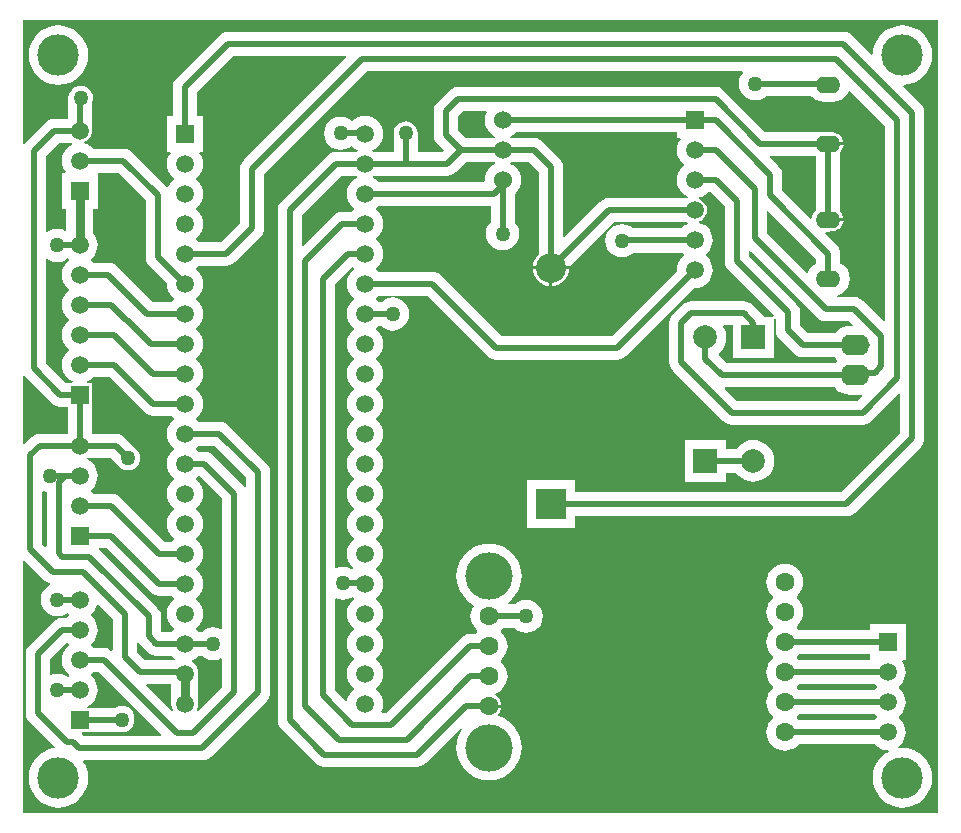
<source format=gbl>
G04*
G04 #@! TF.GenerationSoftware,Altium Limited,Altium Designer,19.1.5 (86)*
G04*
G04 Layer_Physical_Order=2*
G04 Layer_Color=16711680*
%FSLAX25Y25*%
%MOIN*%
G70*
G01*
G75*
%ADD14C,0.02000*%
%ADD31O,0.08268X0.05512*%
%ADD32R,0.05937X0.05937*%
%ADD33C,0.05937*%
%ADD34C,0.13780*%
%ADD35C,0.06299*%
%ADD36C,0.15748*%
%ADD37R,0.10000X0.10000*%
%ADD38C,0.10000*%
%ADD39C,0.05906*%
%ADD40R,0.05906X0.05906*%
%ADD41O,0.09843X0.06890*%
%ADD42C,0.06000*%
%ADD43C,0.07874*%
%ADD44R,0.07874X0.07874*%
%ADD45C,0.05000*%
%ADD46C,0.03000*%
G36*
X154552Y-30963D02*
X154430Y-31193D01*
X154087Y-32324D01*
X153971Y-33500D01*
X154087Y-34676D01*
X154430Y-35807D01*
X154987Y-36849D01*
X155737Y-37763D01*
X156650Y-38513D01*
X157497Y-38965D01*
X157372Y-39465D01*
X147671D01*
X145035Y-36829D01*
Y-32171D01*
X146671Y-30534D01*
X154296D01*
X154552Y-30963D01*
D02*
G37*
G36*
X157497Y-48035D02*
X156650Y-48487D01*
X155737Y-49237D01*
X154987Y-50151D01*
X154430Y-51193D01*
X154087Y-52324D01*
X153971Y-53500D01*
X153980Y-53595D01*
X153645Y-53966D01*
X118410D01*
X118241Y-53759D01*
X117332Y-53013D01*
X116436Y-52535D01*
X116561Y-52034D01*
X141500D01*
X141500Y-52034D01*
X142544Y-51897D01*
X143517Y-51494D01*
X144353Y-50853D01*
X147671Y-47534D01*
X157372D01*
X157497Y-48035D01*
D02*
G37*
G36*
X111564Y-52535D02*
X110668Y-53013D01*
X109759Y-53759D01*
X109013Y-54668D01*
X108459Y-55705D01*
X108118Y-56830D01*
X108003Y-58000D01*
X108118Y-59170D01*
X108459Y-60295D01*
X109013Y-61332D01*
X109759Y-62241D01*
X110290Y-62677D01*
Y-63323D01*
X109759Y-63759D01*
X109590Y-63965D01*
X106500D01*
X106500Y-63965D01*
X105456Y-64103D01*
X104483Y-64506D01*
X103647Y-65147D01*
X103647Y-65147D01*
X93497Y-75298D01*
X93034Y-75107D01*
Y-65171D01*
X106171Y-52034D01*
X111439D01*
X111564Y-52535D01*
D02*
G37*
G36*
X264465Y-63560D02*
X264147Y-63805D01*
X263506Y-64640D01*
X263103Y-65613D01*
X263036Y-66123D01*
X262508Y-66302D01*
X253034Y-56829D01*
Y-51618D01*
X253034Y-51618D01*
X252897Y-50574D01*
X252494Y-49601D01*
X251853Y-48765D01*
X248926Y-45839D01*
X249118Y-45377D01*
X264465D01*
Y-63560D01*
D02*
G37*
G36*
X16597Y-41535D02*
X15677Y-42026D01*
X14770Y-42770D01*
X14027Y-43677D01*
X13474Y-44711D01*
X13133Y-45833D01*
X13018Y-47000D01*
X13133Y-48167D01*
X13474Y-49289D01*
X14027Y-50323D01*
X14250Y-50595D01*
X14036Y-51047D01*
X13047D01*
Y-62953D01*
X14461D01*
Y-70037D01*
X13961Y-70353D01*
X12900Y-69913D01*
X11465Y-69724D01*
X10029Y-69913D01*
X8691Y-70467D01*
X8073Y-70941D01*
X7625Y-70720D01*
Y-45581D01*
X12171Y-41034D01*
X16472D01*
X16597Y-41535D01*
D02*
G37*
G36*
X218047Y-39453D02*
X219036D01*
X219250Y-39905D01*
X219026Y-40177D01*
X218474Y-41211D01*
X218133Y-42333D01*
X218018Y-43500D01*
X218133Y-44667D01*
X218474Y-45789D01*
X219026Y-46823D01*
X219770Y-47730D01*
X220315Y-48177D01*
Y-48823D01*
X219770Y-49270D01*
X219026Y-50177D01*
X218474Y-51211D01*
X218133Y-52333D01*
X218018Y-53500D01*
X218133Y-54667D01*
X218474Y-55789D01*
X219026Y-56823D01*
X219770Y-57730D01*
X220677Y-58473D01*
X221597Y-58965D01*
X221472Y-59465D01*
X195260D01*
X194216Y-59603D01*
X193243Y-60006D01*
X192407Y-60647D01*
X180497Y-72558D01*
X180034Y-72366D01*
Y-49000D01*
X179897Y-47956D01*
X179494Y-46983D01*
X178853Y-46147D01*
X178853Y-46147D01*
X173353Y-40647D01*
X172517Y-40006D01*
X171544Y-39603D01*
X170500Y-39465D01*
X170500Y-39465D01*
X162628D01*
X162503Y-38965D01*
X163349Y-38513D01*
X164263Y-37763D01*
X164451Y-37534D01*
X218047D01*
Y-39453D01*
D02*
G37*
G36*
X107780Y-12596D02*
X73560Y-46816D01*
X72919Y-47652D01*
X72516Y-48625D01*
X72378Y-49669D01*
X72391Y-49761D01*
Y-67695D01*
X66120Y-73966D01*
X58410D01*
X58241Y-73759D01*
X57710Y-73323D01*
Y-72677D01*
X58241Y-72241D01*
X58987Y-71332D01*
X59541Y-70295D01*
X59882Y-69170D01*
X59997Y-68000D01*
X59882Y-66830D01*
X59541Y-65705D01*
X58987Y-64668D01*
X58241Y-63759D01*
X57710Y-63323D01*
Y-62677D01*
X58241Y-62241D01*
X58987Y-61332D01*
X59541Y-60295D01*
X59882Y-59170D01*
X59997Y-58000D01*
X59882Y-56830D01*
X59541Y-55705D01*
X58987Y-54668D01*
X58241Y-53759D01*
X57710Y-53323D01*
Y-52677D01*
X58241Y-52241D01*
X58987Y-51332D01*
X59541Y-50295D01*
X59882Y-49170D01*
X59997Y-48000D01*
X59882Y-46830D01*
X59541Y-45705D01*
X58987Y-44668D01*
X58784Y-44420D01*
X58997Y-43968D01*
X59969D01*
Y-32032D01*
X58034D01*
Y-24171D01*
X70071Y-12134D01*
X107589D01*
X107780Y-12596D01*
D02*
G37*
G36*
X171966Y-50671D02*
Y-78309D01*
X171737Y-78497D01*
X170987Y-79410D01*
X170430Y-80453D01*
X170087Y-81584D01*
X170020Y-82260D01*
X176000D01*
X182206D01*
X196931Y-67535D01*
X221472D01*
X221597Y-68034D01*
X220677Y-68527D01*
X219770Y-69270D01*
X219530Y-69564D01*
X203302D01*
X202427Y-68893D01*
X201089Y-68338D01*
X199653Y-68149D01*
X198218Y-68338D01*
X196880Y-68893D01*
X195731Y-69774D01*
X194849Y-70923D01*
X194295Y-72261D01*
X194106Y-73697D01*
X194295Y-75133D01*
X194849Y-76471D01*
X195731Y-77619D01*
X196880Y-78501D01*
X198218Y-79055D01*
X199653Y-79244D01*
X201089Y-79055D01*
X202427Y-78501D01*
X203559Y-77633D01*
X219691D01*
X219770Y-77730D01*
X220315Y-78177D01*
Y-78823D01*
X219770Y-79270D01*
X219026Y-80177D01*
X218474Y-81211D01*
X218133Y-82333D01*
X218018Y-83500D01*
X218043Y-83751D01*
X196450Y-105344D01*
X159447D01*
X139251Y-85147D01*
X138415Y-84506D01*
X137442Y-84103D01*
X136398Y-83965D01*
X136398Y-83965D01*
X118410D01*
X118241Y-83759D01*
X117710Y-83323D01*
Y-82677D01*
X118241Y-82241D01*
X118987Y-81332D01*
X119541Y-80295D01*
X119882Y-79170D01*
X119997Y-78000D01*
X119882Y-76830D01*
X119541Y-75705D01*
X118987Y-74668D01*
X118241Y-73759D01*
X117710Y-73323D01*
Y-72677D01*
X118241Y-72241D01*
X118987Y-71332D01*
X119541Y-70295D01*
X119882Y-69170D01*
X119997Y-68000D01*
X119882Y-66830D01*
X119541Y-65705D01*
X118987Y-64668D01*
X118241Y-63759D01*
X117710Y-63323D01*
Y-62677D01*
X118241Y-62241D01*
X118410Y-62034D01*
X155910D01*
Y-67486D01*
X155086Y-68561D01*
X154531Y-69899D01*
X154342Y-71335D01*
X154531Y-72770D01*
X155086Y-74108D01*
X155967Y-75257D01*
X157116Y-76139D01*
X158454Y-76693D01*
X159890Y-76882D01*
X161326Y-76693D01*
X162663Y-76139D01*
X163812Y-75257D01*
X164694Y-74108D01*
X165248Y-72770D01*
X165437Y-71335D01*
X165248Y-69899D01*
X164694Y-68561D01*
X163979Y-67630D01*
Y-57996D01*
X164263Y-57763D01*
X165013Y-56849D01*
X165570Y-55807D01*
X165913Y-54676D01*
X166029Y-53500D01*
X165913Y-52324D01*
X165570Y-51193D01*
X165013Y-50151D01*
X164263Y-49237D01*
X163349Y-48487D01*
X162503Y-48035D01*
X162628Y-47534D01*
X168829D01*
X171966Y-50671D01*
D02*
G37*
G36*
X264465Y-79671D02*
Y-81213D01*
X264219Y-81315D01*
X263017Y-82237D01*
X262094Y-83440D01*
X261762Y-84243D01*
X261271Y-84340D01*
X248035Y-71104D01*
Y-63894D01*
X248497Y-63702D01*
X264465Y-79671D01*
D02*
G37*
G36*
X40966Y-60171D02*
Y-79000D01*
X40966Y-79000D01*
X41103Y-80044D01*
X41506Y-81017D01*
X42147Y-81853D01*
X48029Y-87735D01*
X48003Y-88000D01*
X48118Y-89170D01*
X48459Y-90295D01*
X49013Y-91332D01*
X49759Y-92241D01*
X50290Y-92677D01*
Y-93323D01*
X49759Y-93759D01*
X49590Y-93966D01*
X43171D01*
X31353Y-82147D01*
X30517Y-81506D01*
X29544Y-81103D01*
X28500Y-80966D01*
X28500Y-80966D01*
X23390D01*
X23230Y-80770D01*
X22685Y-80323D01*
Y-79677D01*
X23230Y-79230D01*
X23974Y-78323D01*
X24526Y-77289D01*
X24867Y-76167D01*
X24982Y-75000D01*
X24867Y-73833D01*
X24526Y-72711D01*
X23974Y-71677D01*
X23539Y-71147D01*
Y-62953D01*
X24953D01*
Y-51047D01*
X25447Y-51034D01*
X31829D01*
X40966Y-60171D01*
D02*
G37*
G36*
X305000Y-264500D02*
X-0D01*
Y-180359D01*
X462Y-180168D01*
X7247Y-186953D01*
X7247Y-186953D01*
X8083Y-187594D01*
X8921Y-187941D01*
X8977Y-188459D01*
X8691Y-188578D01*
X7542Y-189459D01*
X6660Y-190608D01*
X6106Y-191946D01*
X5917Y-193382D01*
X6106Y-194818D01*
X6660Y-196156D01*
X7542Y-197304D01*
X8691Y-198186D01*
X10029Y-198740D01*
X11465Y-198929D01*
X12900Y-198740D01*
X14238Y-198186D01*
X14801Y-197755D01*
X15315Y-198177D01*
Y-198823D01*
X14770Y-199270D01*
X14610Y-199466D01*
X13000D01*
X11956Y-199603D01*
X10983Y-200006D01*
X10147Y-200647D01*
X10147Y-200647D01*
X2112Y-208683D01*
X1471Y-209518D01*
X1068Y-210491D01*
X930Y-211535D01*
X930Y-211536D01*
Y-231027D01*
X930Y-231027D01*
X1068Y-232071D01*
X1471Y-233044D01*
X2112Y-233880D01*
X10644Y-242412D01*
X10476Y-242883D01*
X9872Y-242942D01*
X8008Y-243508D01*
X6290Y-244426D01*
X4784Y-245662D01*
X3548Y-247168D01*
X2630Y-248886D01*
X2064Y-250750D01*
X1873Y-252689D01*
X2064Y-254628D01*
X2630Y-256492D01*
X3548Y-258210D01*
X4784Y-259716D01*
X6290Y-260952D01*
X8008Y-261870D01*
X9872Y-262436D01*
X11811Y-262627D01*
X13750Y-262436D01*
X15614Y-261870D01*
X17332Y-260952D01*
X18838Y-259716D01*
X20074Y-258210D01*
X20992Y-256492D01*
X21558Y-254628D01*
X21749Y-252689D01*
X21558Y-250750D01*
X20992Y-248886D01*
X20183Y-247372D01*
X20441Y-246872D01*
X59763D01*
X59763Y-246872D01*
X60807Y-246734D01*
X61780Y-246331D01*
X62615Y-245690D01*
X81247Y-227059D01*
X81247Y-227059D01*
X81888Y-226224D01*
X82291Y-225251D01*
X82428Y-224206D01*
Y-150894D01*
X82428Y-150894D01*
X82291Y-149849D01*
X81888Y-148876D01*
X81247Y-148041D01*
X81247Y-148041D01*
X68353Y-135147D01*
X67517Y-134506D01*
X66544Y-134103D01*
X65500Y-133966D01*
X65500Y-133966D01*
X58410D01*
X58241Y-133759D01*
X57710Y-133323D01*
Y-132677D01*
X58241Y-132241D01*
X58987Y-131332D01*
X59541Y-130295D01*
X59882Y-129170D01*
X59997Y-128000D01*
X59882Y-126830D01*
X59541Y-125705D01*
X58987Y-124668D01*
X58241Y-123759D01*
X57710Y-123323D01*
Y-122677D01*
X58241Y-122241D01*
X58987Y-121332D01*
X59541Y-120295D01*
X59882Y-119170D01*
X59997Y-118000D01*
X59882Y-116830D01*
X59541Y-115705D01*
X58987Y-114668D01*
X58241Y-113759D01*
X57710Y-113323D01*
Y-112677D01*
X58241Y-112241D01*
X58987Y-111332D01*
X59541Y-110295D01*
X59882Y-109170D01*
X59997Y-108000D01*
X59882Y-106830D01*
X59541Y-105705D01*
X58987Y-104668D01*
X58241Y-103759D01*
X57710Y-103323D01*
Y-102677D01*
X58241Y-102241D01*
X58987Y-101332D01*
X59541Y-100295D01*
X59882Y-99170D01*
X59997Y-98000D01*
X59882Y-96830D01*
X59541Y-95705D01*
X58987Y-94668D01*
X58241Y-93759D01*
X57710Y-93323D01*
Y-92677D01*
X58241Y-92241D01*
X58987Y-91332D01*
X59541Y-90295D01*
X59882Y-89170D01*
X59997Y-88000D01*
X59882Y-86830D01*
X59541Y-85705D01*
X58987Y-84668D01*
X58241Y-83759D01*
X57710Y-83323D01*
Y-82677D01*
X58241Y-82241D01*
X58410Y-82034D01*
X67791D01*
X67791Y-82034D01*
X68836Y-81897D01*
X69809Y-81494D01*
X70644Y-80853D01*
X79278Y-72219D01*
X79919Y-71383D01*
X80322Y-70410D01*
X80460Y-69366D01*
Y-51328D01*
X114653Y-17134D01*
X239802D01*
X240048Y-17635D01*
X239337Y-18561D01*
X238783Y-19899D01*
X238594Y-21335D01*
X238783Y-22770D01*
X239337Y-24108D01*
X240219Y-25257D01*
X241368Y-26139D01*
X242706Y-26693D01*
X244142Y-26882D01*
X245578Y-26693D01*
X246916Y-26139D01*
X247708Y-25530D01*
X262839D01*
X263017Y-25763D01*
X264219Y-26685D01*
X265619Y-27265D01*
X267122Y-27463D01*
X269878D01*
X271380Y-27265D01*
X272781Y-26685D01*
X273983Y-25763D01*
X274906Y-24560D01*
X275238Y-23757D01*
X275729Y-23660D01*
X287351Y-35282D01*
Y-100353D01*
X286889Y-100545D01*
X279992Y-93647D01*
X279156Y-93006D01*
X278183Y-92603D01*
X277139Y-92466D01*
X277139Y-92466D01*
X271297D01*
X271264Y-91966D01*
X271380Y-91950D01*
X272781Y-91370D01*
X273983Y-90448D01*
X274906Y-89245D01*
X275486Y-87845D01*
X275683Y-86342D01*
X275486Y-84840D01*
X274906Y-83440D01*
X273983Y-82237D01*
X272781Y-81315D01*
X272534Y-81213D01*
Y-78000D01*
X272397Y-76956D01*
X271994Y-75983D01*
X271353Y-75147D01*
X271353Y-75147D01*
X267398Y-71192D01*
X267605Y-70692D01*
X268500D01*
X269544Y-70554D01*
X269807Y-70446D01*
X269878D01*
X270858Y-70317D01*
X271772Y-69938D01*
X272557Y-69336D01*
X273159Y-68552D01*
X273537Y-67638D01*
X273600Y-67157D01*
X268500D01*
Y-66157D01*
X273600D01*
X273537Y-65677D01*
X273159Y-64763D01*
X272557Y-63979D01*
X272534Y-63962D01*
Y-44038D01*
X272557Y-44021D01*
X273159Y-43237D01*
X273537Y-42323D01*
X273600Y-41842D01*
X268500D01*
Y-40842D01*
X273600D01*
X273537Y-40362D01*
X273159Y-39448D01*
X272557Y-38664D01*
X271772Y-38062D01*
X270858Y-37683D01*
X269878Y-37554D01*
X269807D01*
X269544Y-37445D01*
X268500Y-37308D01*
X247466D01*
X233806Y-23647D01*
X232970Y-23006D01*
X231997Y-22603D01*
X230953Y-22466D01*
X230953Y-22466D01*
X145000D01*
X143956Y-22603D01*
X142983Y-23006D01*
X142147Y-23647D01*
X142147Y-23647D01*
X138147Y-27647D01*
X137506Y-28483D01*
X137103Y-29456D01*
X136966Y-30500D01*
X136966Y-30500D01*
Y-38500D01*
X136966Y-38500D01*
X137103Y-39544D01*
X137506Y-40517D01*
X138147Y-41353D01*
X140294Y-43500D01*
X139829Y-43966D01*
X131641D01*
Y-37870D01*
X131503Y-36826D01*
X131100Y-35853D01*
X130459Y-35017D01*
X129624Y-34376D01*
X128650Y-33973D01*
X127606Y-33836D01*
X126562Y-33973D01*
X125589Y-34376D01*
X124753Y-35017D01*
X124112Y-35853D01*
X123709Y-36826D01*
X123572Y-37870D01*
Y-43966D01*
X116561D01*
X116436Y-43466D01*
X117332Y-42987D01*
X118241Y-42241D01*
X118987Y-41332D01*
X119541Y-40295D01*
X119882Y-39170D01*
X119997Y-38000D01*
X119882Y-36830D01*
X119541Y-35705D01*
X118987Y-34668D01*
X118241Y-33759D01*
X117332Y-33013D01*
X116295Y-32459D01*
X115170Y-32118D01*
X114000Y-32003D01*
X112830Y-32118D01*
X111705Y-32459D01*
X110668Y-33013D01*
X109759Y-33759D01*
X109709Y-33820D01*
X108727Y-33066D01*
X107388Y-32512D01*
X105953Y-32323D01*
X104517Y-32512D01*
X103179Y-33066D01*
X102030Y-33947D01*
X101148Y-35096D01*
X100594Y-36434D01*
X100405Y-37870D01*
X100594Y-39306D01*
X101148Y-40644D01*
X102030Y-41793D01*
X103179Y-42674D01*
X104517Y-43229D01*
X105953Y-43418D01*
X107388Y-43229D01*
X108727Y-42674D01*
X109579Y-42021D01*
X109759Y-42241D01*
X110668Y-42987D01*
X111564Y-43466D01*
X111439Y-43966D01*
X104500D01*
X103456Y-44103D01*
X102483Y-44506D01*
X101647Y-45147D01*
X86147Y-60647D01*
X85506Y-61483D01*
X85103Y-62456D01*
X84965Y-63500D01*
X84965Y-63500D01*
X84965Y-233500D01*
X84965Y-233500D01*
X85103Y-234544D01*
X85506Y-235517D01*
X86147Y-236353D01*
X97647Y-247853D01*
X98483Y-248494D01*
X99456Y-248897D01*
X100500Y-249035D01*
X131500D01*
X131500Y-249035D01*
X132544Y-248897D01*
X133517Y-248494D01*
X134353Y-247853D01*
X145917Y-236289D01*
X146312Y-236601D01*
X145659Y-237666D01*
X145004Y-239247D01*
X144605Y-240912D01*
X144470Y-242618D01*
X144605Y-244324D01*
X145004Y-245989D01*
X145659Y-247570D01*
X146554Y-249029D01*
X147665Y-250331D01*
X148967Y-251443D01*
X150426Y-252337D01*
X152007Y-252992D01*
X153672Y-253391D01*
X155378Y-253526D01*
X157084Y-253391D01*
X158749Y-252992D01*
X160330Y-252337D01*
X161789Y-251443D01*
X163091Y-250331D01*
X164202Y-249029D01*
X165097Y-247570D01*
X165752Y-245989D01*
X166151Y-244324D01*
X166286Y-242618D01*
X166151Y-240912D01*
X165752Y-239247D01*
X165097Y-237666D01*
X164202Y-236207D01*
X163091Y-234905D01*
X161789Y-233794D01*
X160330Y-232899D01*
X158749Y-232244D01*
X158565Y-232200D01*
X158446Y-231657D01*
X159003Y-230931D01*
X159421Y-229922D01*
X159497Y-229339D01*
X155378D01*
Y-228339D01*
X159497D01*
X159421Y-227755D01*
X159003Y-226746D01*
X158337Y-225879D01*
X157471Y-225214D01*
X157343Y-225161D01*
X157367Y-224661D01*
X157743Y-224548D01*
X158811Y-223976D01*
X159747Y-223208D01*
X160516Y-222272D01*
X161087Y-221203D01*
X161439Y-220044D01*
X161557Y-218839D01*
X161439Y-217633D01*
X161087Y-216474D01*
X160516Y-215406D01*
X159747Y-214469D01*
X159284Y-214089D01*
Y-213589D01*
X159747Y-213208D01*
X160516Y-212272D01*
X161087Y-211203D01*
X161439Y-210044D01*
X161557Y-208839D01*
X161439Y-207633D01*
X161087Y-206474D01*
X160516Y-205405D01*
X159747Y-204469D01*
X159284Y-204089D01*
Y-203589D01*
X159747Y-203208D01*
X160000Y-202901D01*
X163951D01*
X164990Y-203698D01*
X166328Y-204252D01*
X167764Y-204441D01*
X169200Y-204252D01*
X170537Y-203698D01*
X171686Y-202816D01*
X172568Y-201667D01*
X173122Y-200329D01*
X173311Y-198894D01*
X173122Y-197458D01*
X172568Y-196120D01*
X171686Y-194971D01*
X170537Y-194089D01*
X169200Y-193535D01*
X167764Y-193346D01*
X166328Y-193535D01*
X164990Y-194089D01*
X164023Y-194832D01*
X161923D01*
X161818Y-194459D01*
X161818Y-194332D01*
X163091Y-193244D01*
X164202Y-191943D01*
X165097Y-190483D01*
X165752Y-188902D01*
X166151Y-187238D01*
X166286Y-185531D01*
X166151Y-183825D01*
X165752Y-182161D01*
X165097Y-180579D01*
X164202Y-179120D01*
X163091Y-177819D01*
X161789Y-176707D01*
X160330Y-175813D01*
X158749Y-175158D01*
X157084Y-174758D01*
X155378Y-174624D01*
X153672Y-174758D01*
X152007Y-175158D01*
X150426Y-175813D01*
X148967Y-176707D01*
X147665Y-177819D01*
X146554Y-179120D01*
X145659Y-180579D01*
X145004Y-182161D01*
X144605Y-183825D01*
X144470Y-185531D01*
X144605Y-187238D01*
X145004Y-188902D01*
X145659Y-190483D01*
X146554Y-191943D01*
X147665Y-193244D01*
X148967Y-194356D01*
X150189Y-195105D01*
X150240Y-195405D01*
X149669Y-196474D01*
X149317Y-197633D01*
X149199Y-198839D01*
X149317Y-200044D01*
X149669Y-201203D01*
X150240Y-202272D01*
X151008Y-203208D01*
X151472Y-203589D01*
Y-204089D01*
X151008Y-204469D01*
X150734Y-204804D01*
X148969D01*
X147924Y-204942D01*
X146951Y-205345D01*
X146116Y-205986D01*
X146116Y-205986D01*
X121136Y-230965D01*
X119669D01*
X119412Y-230537D01*
X119541Y-230295D01*
X119882Y-229170D01*
X119997Y-228000D01*
X119882Y-226830D01*
X119541Y-225705D01*
X118987Y-224668D01*
X118241Y-223759D01*
X117710Y-223323D01*
Y-222677D01*
X118241Y-222241D01*
X118987Y-221332D01*
X119541Y-220295D01*
X119882Y-219170D01*
X119997Y-218000D01*
X119882Y-216830D01*
X119541Y-215705D01*
X118987Y-214668D01*
X118241Y-213759D01*
X117710Y-213323D01*
Y-212677D01*
X118241Y-212241D01*
X118987Y-211332D01*
X119541Y-210295D01*
X119882Y-209170D01*
X119997Y-208000D01*
X119882Y-206830D01*
X119541Y-205705D01*
X118987Y-204668D01*
X118241Y-203759D01*
X117710Y-203323D01*
Y-202677D01*
X118241Y-202241D01*
X118987Y-201332D01*
X119541Y-200295D01*
X119882Y-199170D01*
X119997Y-198000D01*
X119882Y-196830D01*
X119541Y-195705D01*
X118987Y-194668D01*
X118241Y-193759D01*
X117710Y-193323D01*
Y-192677D01*
X118241Y-192241D01*
X118987Y-191332D01*
X119541Y-190295D01*
X119882Y-189170D01*
X119997Y-188000D01*
X119882Y-186830D01*
X119541Y-185705D01*
X118987Y-184668D01*
X118241Y-183759D01*
X117710Y-183323D01*
Y-182677D01*
X118241Y-182241D01*
X118987Y-181332D01*
X119541Y-180295D01*
X119882Y-179170D01*
X119997Y-178000D01*
X119882Y-176830D01*
X119541Y-175705D01*
X118987Y-174668D01*
X118241Y-173759D01*
X117710Y-173323D01*
Y-172677D01*
X118241Y-172241D01*
X118987Y-171332D01*
X119541Y-170295D01*
X119882Y-169170D01*
X119997Y-168000D01*
X119882Y-166830D01*
X119541Y-165705D01*
X118987Y-164668D01*
X118241Y-163759D01*
X117710Y-163323D01*
Y-162677D01*
X118241Y-162241D01*
X118987Y-161332D01*
X119541Y-160295D01*
X119882Y-159170D01*
X119997Y-158000D01*
X119882Y-156830D01*
X119541Y-155705D01*
X118987Y-154668D01*
X118241Y-153759D01*
X117710Y-153323D01*
Y-152677D01*
X118241Y-152241D01*
X118987Y-151332D01*
X119541Y-150295D01*
X119882Y-149170D01*
X119997Y-148000D01*
X119882Y-146830D01*
X119541Y-145705D01*
X118987Y-144668D01*
X118241Y-143759D01*
X117710Y-143323D01*
Y-142677D01*
X118241Y-142241D01*
X118987Y-141332D01*
X119541Y-140295D01*
X119882Y-139170D01*
X119997Y-138000D01*
X119882Y-136830D01*
X119541Y-135705D01*
X118987Y-134668D01*
X118241Y-133759D01*
X117710Y-133323D01*
Y-132677D01*
X118241Y-132241D01*
X118987Y-131332D01*
X119541Y-130295D01*
X119882Y-129170D01*
X119997Y-128000D01*
X119882Y-126830D01*
X119541Y-125705D01*
X118987Y-124668D01*
X118241Y-123759D01*
X117710Y-123323D01*
Y-122677D01*
X118241Y-122241D01*
X118987Y-121332D01*
X119541Y-120295D01*
X119882Y-119170D01*
X119997Y-118000D01*
X119882Y-116830D01*
X119541Y-115705D01*
X118987Y-114668D01*
X118241Y-113759D01*
X117710Y-113323D01*
Y-112677D01*
X118241Y-112241D01*
X118987Y-111332D01*
X119541Y-110295D01*
X119882Y-109170D01*
X119997Y-108000D01*
X119882Y-106830D01*
X119541Y-105705D01*
X118987Y-104668D01*
X118241Y-103759D01*
X117710Y-103323D01*
Y-102677D01*
X118241Y-102241D01*
X118366Y-102088D01*
X119430D01*
X120502Y-102910D01*
X121840Y-103465D01*
X123276Y-103654D01*
X124711Y-103465D01*
X126049Y-102910D01*
X127198Y-102029D01*
X128080Y-100880D01*
X128634Y-99542D01*
X128823Y-98106D01*
X128634Y-96671D01*
X128080Y-95333D01*
X127198Y-94184D01*
X126049Y-93302D01*
X124711Y-92748D01*
X123276Y-92559D01*
X121840Y-92748D01*
X120502Y-93302D01*
X119568Y-94019D01*
X118454D01*
X118241Y-93759D01*
X117710Y-93323D01*
Y-92677D01*
X118241Y-92241D01*
X118410Y-92035D01*
X134727D01*
X154923Y-112231D01*
X154923Y-112231D01*
X155759Y-112872D01*
X156732Y-113276D01*
X157776Y-113413D01*
X198122D01*
X198122Y-113413D01*
X199166Y-113276D01*
X200139Y-112872D01*
X200974Y-112231D01*
X223749Y-89457D01*
X224000Y-89482D01*
X225167Y-89367D01*
X226289Y-89026D01*
X227323Y-88473D01*
X228230Y-87730D01*
X228974Y-86823D01*
X229526Y-85789D01*
X229867Y-84667D01*
X229981Y-83500D01*
X229867Y-82333D01*
X229526Y-81211D01*
X228974Y-80177D01*
X228230Y-79270D01*
X227685Y-78823D01*
Y-78177D01*
X228230Y-77730D01*
X228974Y-76823D01*
X229526Y-75789D01*
X229867Y-74667D01*
X229981Y-73500D01*
X229867Y-72333D01*
X229526Y-71211D01*
X228974Y-70177D01*
X228230Y-69270D01*
X227323Y-68527D01*
X226289Y-67974D01*
X225521Y-67741D01*
X225495Y-67210D01*
X226017Y-66994D01*
X226853Y-66353D01*
X227494Y-65517D01*
X227897Y-64544D01*
X228034Y-63500D01*
X227897Y-62456D01*
X227494Y-61483D01*
X226853Y-60647D01*
X226017Y-60006D01*
X225495Y-59790D01*
X225521Y-59259D01*
X226289Y-59026D01*
X227323Y-58473D01*
X228230Y-57730D01*
X228390Y-57534D01*
X229329D01*
X233965Y-62171D01*
Y-80500D01*
X233965Y-80500D01*
X234103Y-81544D01*
X234506Y-82517D01*
X235147Y-83353D01*
X250267Y-98472D01*
X250060Y-98972D01*
X246986D01*
X246353Y-98147D01*
X243253Y-95047D01*
X242417Y-94406D01*
X241444Y-94003D01*
X240400Y-93866D01*
X240400Y-93866D01*
X222600D01*
X221556Y-94003D01*
X220583Y-94406D01*
X219747Y-95047D01*
X216647Y-98147D01*
X216006Y-98983D01*
X215603Y-99956D01*
X215465Y-101000D01*
X215465Y-101000D01*
Y-114200D01*
X215465Y-114200D01*
X215603Y-115244D01*
X216006Y-116217D01*
X216647Y-117053D01*
X233447Y-133853D01*
X233447Y-133853D01*
X234283Y-134494D01*
X235256Y-134897D01*
X236300Y-135035D01*
X236300Y-135035D01*
X280000D01*
X280000Y-135035D01*
X281044Y-134897D01*
X282017Y-134494D01*
X282853Y-133853D01*
X292007Y-124698D01*
X292469Y-124890D01*
Y-137825D01*
X272829Y-157466D01*
X184000D01*
Y-153500D01*
X168000D01*
Y-169500D01*
X184000D01*
Y-165534D01*
X274500D01*
X274500Y-165534D01*
X275544Y-165397D01*
X276517Y-164994D01*
X277353Y-164353D01*
X299357Y-142349D01*
X299998Y-141513D01*
X300401Y-140540D01*
X300538Y-139496D01*
X300538Y-33611D01*
Y-32695D01*
X300538Y-32695D01*
X300420Y-31798D01*
Y-30950D01*
X300420Y-30950D01*
X300283Y-29906D01*
X299880Y-28933D01*
X299239Y-28097D01*
X293374Y-22233D01*
X293561Y-21712D01*
X295128Y-21558D01*
X296992Y-20992D01*
X298710Y-20074D01*
X300216Y-18838D01*
X301452Y-17332D01*
X302370Y-15614D01*
X302936Y-13750D01*
X303127Y-11811D01*
X302936Y-9872D01*
X302370Y-8008D01*
X301452Y-6290D01*
X300216Y-4784D01*
X298710Y-3548D01*
X296992Y-2630D01*
X295128Y-2064D01*
X293189Y-1873D01*
X291250Y-2064D01*
X289386Y-2630D01*
X287668Y-3548D01*
X286162Y-4784D01*
X284926Y-6290D01*
X284008Y-8008D01*
X283442Y-9872D01*
X283288Y-11439D01*
X282767Y-11626D01*
X276389Y-5247D01*
X275553Y-4606D01*
X274580Y-4203D01*
X273536Y-4065D01*
X273536Y-4065D01*
X68400D01*
X68400Y-4065D01*
X67356Y-4203D01*
X66383Y-4606D01*
X65547Y-5247D01*
X65547Y-5247D01*
X51147Y-19647D01*
X50506Y-20483D01*
X50103Y-21456D01*
X49966Y-22500D01*
X49966Y-22500D01*
Y-32032D01*
X48031D01*
Y-43968D01*
X49003D01*
X49216Y-44420D01*
X49013Y-44668D01*
X48459Y-45705D01*
X48118Y-46830D01*
X48003Y-48000D01*
X48118Y-49170D01*
X48459Y-50295D01*
X49013Y-51332D01*
X49759Y-52241D01*
X50290Y-52677D01*
Y-53323D01*
X49759Y-53759D01*
X49013Y-54668D01*
X48487Y-55652D01*
X48156Y-55761D01*
X47967Y-55796D01*
X47853Y-55647D01*
X47853Y-55647D01*
X36353Y-44147D01*
X35517Y-43506D01*
X34544Y-43103D01*
X33500Y-42965D01*
X33500Y-42965D01*
X23390D01*
X23230Y-42770D01*
X22323Y-42026D01*
X21289Y-41474D01*
X20521Y-41241D01*
X20495Y-40710D01*
X21017Y-40494D01*
X21853Y-39853D01*
X22022Y-39684D01*
X22022Y-39684D01*
X22663Y-38848D01*
X23066Y-37875D01*
X23204Y-36831D01*
Y-27180D01*
X23236Y-27103D01*
X23373Y-26059D01*
X23236Y-25015D01*
X22833Y-24042D01*
X22191Y-23206D01*
X21356Y-22565D01*
X20383Y-22162D01*
X19339Y-22025D01*
X18294Y-22162D01*
X17321Y-22565D01*
X16486Y-23206D01*
X16316Y-23376D01*
X15675Y-24211D01*
X15272Y-25184D01*
X15135Y-26228D01*
X15135Y-26228D01*
Y-32965D01*
X10500D01*
X10500Y-32965D01*
X9456Y-33103D01*
X8483Y-33506D01*
X7647Y-34147D01*
X7647Y-34147D01*
X738Y-41057D01*
X500Y-41366D01*
X-0Y-41197D01*
Y-0D01*
X0Y0D01*
X305000D01*
Y-264500D01*
D02*
G37*
G36*
X264873Y-99353D02*
X265708Y-99994D01*
X266681Y-100397D01*
X267725Y-100534D01*
X267725Y-100534D01*
X275468D01*
X276574Y-101641D01*
X276383Y-102103D01*
X275736D01*
X274473Y-102227D01*
X273258Y-102596D01*
X272138Y-103194D01*
X271157Y-103999D01*
X270775Y-104465D01*
X261843D01*
X259034Y-101657D01*
Y-97500D01*
X258897Y-96456D01*
X258494Y-95483D01*
X257853Y-94647D01*
X242035Y-78829D01*
Y-77168D01*
X242496Y-76977D01*
X264873Y-99353D01*
D02*
G37*
G36*
X250965Y-99672D02*
Y-103328D01*
X250965Y-103328D01*
X251103Y-104373D01*
X251506Y-105346D01*
X252147Y-106181D01*
X257319Y-111353D01*
X258154Y-111994D01*
X259127Y-112397D01*
X260172Y-112534D01*
X260172Y-112534D01*
X270645D01*
X271157Y-113158D01*
X271365Y-113329D01*
Y-113829D01*
X271157Y-113999D01*
X270710Y-114544D01*
X269098D01*
X268500Y-114465D01*
X268500Y-114465D01*
X234671D01*
X231931Y-111726D01*
X231956Y-111226D01*
X232429Y-110838D01*
X233296Y-109782D01*
X233940Y-108577D01*
X234337Y-107269D01*
X234471Y-105909D01*
X234337Y-104550D01*
X233940Y-103242D01*
X233508Y-102435D01*
X233808Y-101935D01*
X236563D01*
Y-112846D01*
X250437D01*
Y-99920D01*
X250937Y-99653D01*
X250965Y-99672D01*
D02*
G37*
G36*
X8691Y-80076D02*
X10029Y-80630D01*
X11465Y-80819D01*
X12900Y-80630D01*
X14238Y-80076D01*
X14841Y-79613D01*
X15270Y-79854D01*
X15292Y-80342D01*
X14770Y-80770D01*
X14027Y-81677D01*
X13474Y-82711D01*
X13133Y-83833D01*
X13018Y-85000D01*
X13133Y-86167D01*
X13474Y-87289D01*
X14027Y-88323D01*
X14770Y-89230D01*
X15315Y-89677D01*
Y-90323D01*
X14770Y-90770D01*
X14027Y-91677D01*
X13474Y-92711D01*
X13133Y-93833D01*
X13018Y-95000D01*
X13133Y-96167D01*
X13474Y-97289D01*
X14027Y-98323D01*
X14770Y-99230D01*
X15315Y-99677D01*
Y-100323D01*
X14770Y-100770D01*
X14027Y-101677D01*
X13474Y-102711D01*
X13133Y-103833D01*
X13018Y-105000D01*
X13133Y-106167D01*
X13474Y-107289D01*
X14027Y-108323D01*
X14770Y-109230D01*
X15315Y-109677D01*
Y-110323D01*
X14770Y-110770D01*
X14027Y-111677D01*
X13474Y-112711D01*
X13133Y-113833D01*
X13018Y-115000D01*
X13133Y-116167D01*
X13474Y-117289D01*
X14027Y-118323D01*
X14770Y-119230D01*
X15677Y-119974D01*
X16597Y-120466D01*
X16472Y-120966D01*
X14171D01*
X7625Y-114419D01*
Y-79823D01*
X8073Y-79602D01*
X8691Y-80076D01*
D02*
G37*
G36*
X268579Y-122613D02*
X268579Y-122613D01*
X270710D01*
X271157Y-123158D01*
X272138Y-123963D01*
X273258Y-124562D01*
X274473Y-124930D01*
X275736Y-125055D01*
X278689D01*
X279625Y-124963D01*
X279852Y-125443D01*
X278329Y-126965D01*
X237971D01*
X234002Y-122996D01*
X234193Y-122535D01*
X267981D01*
X268579Y-122613D01*
D02*
G37*
G36*
X738Y-118943D02*
X9647Y-127853D01*
X9647Y-127853D01*
X10483Y-128494D01*
X11456Y-128897D01*
X12500Y-129034D01*
X12500Y-129034D01*
X14965D01*
Y-137966D01*
X5760D01*
X4716Y-138103D01*
X3743Y-138506D01*
X2907Y-139147D01*
X2907Y-139147D01*
X462Y-141592D01*
X-0Y-141401D01*
Y-118803D01*
X500Y-118634D01*
X738Y-118943D01*
D02*
G37*
G36*
X40647Y-130853D02*
X40647Y-130853D01*
X41483Y-131494D01*
X42456Y-131897D01*
X43500Y-132035D01*
X43500Y-132035D01*
X49590D01*
X49759Y-132241D01*
X50290Y-132677D01*
Y-133323D01*
X49759Y-133759D01*
X49013Y-134668D01*
X48459Y-135705D01*
X48118Y-136830D01*
X48003Y-138000D01*
X48118Y-139170D01*
X48459Y-140295D01*
X49013Y-141332D01*
X49759Y-142241D01*
X50290Y-142677D01*
Y-143323D01*
X49759Y-143759D01*
X49013Y-144668D01*
X48459Y-145705D01*
X48118Y-146830D01*
X48003Y-148000D01*
X48118Y-149170D01*
X48459Y-150295D01*
X49013Y-151332D01*
X49759Y-152241D01*
X50290Y-152677D01*
Y-153323D01*
X49759Y-153759D01*
X49013Y-154668D01*
X48459Y-155705D01*
X48118Y-156830D01*
X48003Y-158000D01*
X48118Y-159170D01*
X48459Y-160295D01*
X49013Y-161332D01*
X49759Y-162241D01*
X50290Y-162677D01*
Y-163323D01*
X49759Y-163759D01*
X49013Y-164668D01*
X48459Y-165705D01*
X48118Y-166830D01*
X48003Y-168000D01*
X48118Y-169170D01*
X48459Y-170295D01*
X49013Y-171332D01*
X49759Y-172241D01*
X50290Y-172677D01*
Y-173323D01*
X49759Y-173759D01*
X49590Y-173966D01*
X47171D01*
X32353Y-159147D01*
X31517Y-158506D01*
X30544Y-158103D01*
X29500Y-157966D01*
X29500Y-157966D01*
X23390D01*
X23230Y-157770D01*
X22685Y-157323D01*
Y-156677D01*
X23230Y-156230D01*
X23974Y-155323D01*
X24526Y-154289D01*
X24867Y-153167D01*
X24982Y-152000D01*
X24867Y-150833D01*
X24526Y-149711D01*
X23974Y-148677D01*
X23230Y-147770D01*
X22323Y-147027D01*
X21403Y-146535D01*
X21528Y-146035D01*
X29278D01*
X32234Y-148991D01*
X33069Y-149632D01*
X34042Y-150035D01*
X35087Y-150172D01*
X36131Y-150035D01*
X37104Y-149632D01*
X37939Y-148991D01*
X38581Y-148155D01*
X38984Y-147182D01*
X39121Y-146138D01*
X38984Y-145094D01*
X38581Y-144121D01*
X37939Y-143285D01*
X33802Y-139147D01*
X32966Y-138506D01*
X31993Y-138103D01*
X30949Y-137966D01*
X30949Y-137966D01*
X23034D01*
Y-125000D01*
X22953Y-124379D01*
Y-121047D01*
X21294D01*
X21220Y-120547D01*
X21289Y-120526D01*
X22323Y-119974D01*
X23230Y-119230D01*
X23390Y-119035D01*
X28829D01*
X40647Y-130853D01*
D02*
G37*
G36*
X74359Y-152565D02*
Y-155631D01*
X73859Y-155801D01*
X73373Y-155167D01*
X63353Y-145147D01*
X62517Y-144506D01*
X61544Y-144103D01*
X60500Y-143965D01*
X60500Y-143965D01*
X58410D01*
X58241Y-143759D01*
X57710Y-143323D01*
Y-142677D01*
X58241Y-142241D01*
X58410Y-142034D01*
X63829D01*
X74359Y-152565D01*
D02*
G37*
G36*
X7564Y-157402D02*
X7965Y-157455D01*
Y-175607D01*
X7503Y-175798D01*
X6534Y-174829D01*
Y-157425D01*
X6950Y-157147D01*
X7564Y-157402D01*
D02*
G37*
G36*
X110290Y-82677D02*
Y-83323D01*
X109759Y-83759D01*
X109013Y-84668D01*
X108459Y-85705D01*
X108118Y-86830D01*
X108003Y-88000D01*
X108118Y-89170D01*
X108459Y-90295D01*
X109013Y-91332D01*
X109759Y-92241D01*
X110290Y-92677D01*
Y-93323D01*
X109759Y-93759D01*
X109013Y-94668D01*
X108459Y-95705D01*
X108118Y-96830D01*
X108003Y-98000D01*
X108118Y-99170D01*
X108459Y-100295D01*
X109013Y-101332D01*
X109759Y-102241D01*
X110290Y-102677D01*
Y-103323D01*
X109759Y-103759D01*
X109013Y-104668D01*
X108459Y-105705D01*
X108118Y-106830D01*
X108003Y-108000D01*
X108118Y-109170D01*
X108459Y-110295D01*
X109013Y-111332D01*
X109759Y-112241D01*
X110290Y-112677D01*
Y-113323D01*
X109759Y-113759D01*
X109013Y-114668D01*
X108459Y-115705D01*
X108118Y-116830D01*
X108003Y-118000D01*
X108118Y-119170D01*
X108459Y-120295D01*
X109013Y-121332D01*
X109759Y-122241D01*
X110290Y-122677D01*
Y-123323D01*
X109759Y-123759D01*
X109013Y-124668D01*
X108459Y-125705D01*
X108118Y-126830D01*
X108003Y-128000D01*
X108118Y-129170D01*
X108459Y-130295D01*
X109013Y-131332D01*
X109759Y-132241D01*
X110290Y-132677D01*
Y-133323D01*
X109759Y-133759D01*
X109013Y-134668D01*
X108459Y-135705D01*
X108118Y-136830D01*
X108003Y-138000D01*
X108118Y-139170D01*
X108459Y-140295D01*
X109013Y-141332D01*
X109759Y-142241D01*
X110290Y-142677D01*
Y-143323D01*
X109759Y-143759D01*
X109013Y-144668D01*
X108459Y-145705D01*
X108118Y-146830D01*
X108003Y-148000D01*
X108118Y-149170D01*
X108459Y-150295D01*
X109013Y-151332D01*
X109759Y-152241D01*
X110290Y-152677D01*
Y-153323D01*
X109759Y-153759D01*
X109013Y-154668D01*
X108459Y-155705D01*
X108118Y-156830D01*
X108003Y-158000D01*
X108118Y-159170D01*
X108459Y-160295D01*
X109013Y-161332D01*
X109759Y-162241D01*
X110290Y-162677D01*
Y-163323D01*
X109759Y-163759D01*
X109013Y-164668D01*
X108459Y-165705D01*
X108118Y-166830D01*
X108003Y-168000D01*
X108118Y-169170D01*
X108459Y-170295D01*
X109013Y-171332D01*
X109759Y-172241D01*
X110290Y-172677D01*
Y-173323D01*
X109759Y-173759D01*
X109013Y-174668D01*
X108459Y-175705D01*
X108118Y-176830D01*
X108003Y-178000D01*
X108118Y-179170D01*
X108459Y-180295D01*
X109013Y-181332D01*
X109759Y-182241D01*
X110169Y-182578D01*
X110131Y-183111D01*
X109790Y-183279D01*
X109513Y-183066D01*
X108175Y-182512D01*
X106739Y-182323D01*
X105304Y-182512D01*
X104498Y-182846D01*
X104082Y-182568D01*
X104082Y-88124D01*
X109872Y-82333D01*
X110290Y-82677D01*
D02*
G37*
G36*
Y-192677D02*
Y-193323D01*
X109759Y-193759D01*
X109013Y-194668D01*
X108459Y-195705D01*
X108118Y-196830D01*
X108003Y-198000D01*
X108118Y-199170D01*
X108459Y-200295D01*
X109013Y-201332D01*
X109759Y-202241D01*
X110290Y-202677D01*
Y-203323D01*
X109759Y-203759D01*
X109013Y-204668D01*
X108459Y-205705D01*
X108118Y-206830D01*
X108003Y-208000D01*
X108118Y-209170D01*
X108459Y-210295D01*
X109013Y-211332D01*
X109759Y-212241D01*
X110290Y-212677D01*
Y-213323D01*
X109759Y-213759D01*
X109013Y-214668D01*
X108459Y-215705D01*
X108118Y-216830D01*
X108003Y-218000D01*
X108118Y-219170D01*
X108459Y-220295D01*
X109013Y-221332D01*
X109759Y-222241D01*
X110290Y-222677D01*
Y-223323D01*
X109759Y-223759D01*
X109013Y-224668D01*
X108459Y-225705D01*
X108118Y-226830D01*
X108105Y-226960D01*
X107634Y-227129D01*
X104082Y-223576D01*
Y-193173D01*
X104498Y-192895D01*
X105304Y-193229D01*
X106739Y-193418D01*
X108175Y-193229D01*
X109513Y-192675D01*
X109914Y-192368D01*
X110290Y-192677D01*
D02*
G37*
G36*
X66485Y-159691D02*
Y-202770D01*
X65985Y-203083D01*
X64920Y-202642D01*
X63484Y-202452D01*
X62049Y-202642D01*
X60711Y-203196D01*
X59707Y-203965D01*
X58410D01*
X58241Y-203759D01*
X57710Y-203323D01*
Y-202677D01*
X58241Y-202241D01*
X58987Y-201332D01*
X59541Y-200295D01*
X59882Y-199170D01*
X59997Y-198000D01*
X59882Y-196830D01*
X59541Y-195705D01*
X58987Y-194668D01*
X58241Y-193759D01*
X57710Y-193323D01*
Y-192677D01*
X58241Y-192241D01*
X58987Y-191332D01*
X59541Y-190295D01*
X59882Y-189170D01*
X59997Y-188000D01*
X59882Y-186830D01*
X59541Y-185705D01*
X58987Y-184668D01*
X58241Y-183759D01*
X57710Y-183323D01*
Y-182677D01*
X58241Y-182241D01*
X58987Y-181332D01*
X59541Y-180295D01*
X59882Y-179170D01*
X59997Y-178000D01*
X59882Y-176830D01*
X59541Y-175705D01*
X58987Y-174668D01*
X58241Y-173759D01*
X57710Y-173323D01*
Y-172677D01*
X58241Y-172241D01*
X58987Y-171332D01*
X59541Y-170295D01*
X59882Y-169170D01*
X59997Y-168000D01*
X59882Y-166830D01*
X59541Y-165705D01*
X58987Y-164668D01*
X58241Y-163759D01*
X57710Y-163323D01*
Y-162677D01*
X58241Y-162241D01*
X58987Y-161332D01*
X59541Y-160295D01*
X59882Y-159170D01*
X59997Y-158000D01*
X59882Y-156830D01*
X59541Y-155705D01*
X58987Y-154668D01*
X58241Y-153759D01*
X57710Y-153323D01*
Y-152677D01*
X58241Y-152241D01*
X58356Y-152100D01*
X58878Y-152084D01*
X66485Y-159691D01*
D02*
G37*
G36*
X42647Y-190853D02*
X42647Y-190853D01*
X43483Y-191494D01*
X44456Y-191897D01*
X45500Y-192034D01*
X45500Y-192034D01*
X49590D01*
X49759Y-192241D01*
X50290Y-192677D01*
Y-193323D01*
X49759Y-193759D01*
X49013Y-194668D01*
X48459Y-195705D01*
X48118Y-196830D01*
X48003Y-198000D01*
X48118Y-199170D01*
X48459Y-200295D01*
X49013Y-201332D01*
X49759Y-202241D01*
X50290Y-202677D01*
Y-203323D01*
X49759Y-203759D01*
X49590Y-203965D01*
X46171D01*
X46035Y-203829D01*
Y-198929D01*
X46035Y-198929D01*
X45897Y-197885D01*
X45494Y-196912D01*
X44853Y-196076D01*
X44853Y-196076D01*
X25311Y-176534D01*
X25518Y-176034D01*
X27829D01*
X42647Y-190853D01*
D02*
G37*
G36*
X29965Y-199671D02*
Y-210103D01*
X29465Y-210350D01*
X29017Y-210006D01*
X28044Y-209603D01*
X27000Y-209466D01*
X27000Y-209466D01*
X23390D01*
X23230Y-209270D01*
X22685Y-208823D01*
Y-208177D01*
X23230Y-207730D01*
X23974Y-206823D01*
X24526Y-205789D01*
X24867Y-204667D01*
X24982Y-203500D01*
X24867Y-202333D01*
X24526Y-201211D01*
X23974Y-200177D01*
X23230Y-199270D01*
X22685Y-198823D01*
Y-198177D01*
X23230Y-197730D01*
X23974Y-196823D01*
X24526Y-195789D01*
X24724Y-195137D01*
X25289Y-194995D01*
X29965Y-199671D01*
D02*
G37*
G36*
X38535Y-207554D02*
X39147Y-208353D01*
X41647Y-210853D01*
X41647Y-210853D01*
X42483Y-211494D01*
X43456Y-211897D01*
X44500Y-212035D01*
X49590D01*
X49759Y-212241D01*
X50642Y-212965D01*
X50643Y-213005D01*
X50366Y-213465D01*
X40671D01*
X38034Y-210829D01*
Y-207861D01*
X38480Y-207553D01*
X38535Y-207554D01*
D02*
G37*
G36*
X14770Y-207730D02*
X15315Y-208177D01*
Y-208823D01*
X14770Y-209270D01*
X14027Y-210177D01*
X13474Y-211211D01*
X13133Y-212333D01*
X13018Y-213500D01*
X13133Y-214667D01*
X13474Y-215789D01*
X14027Y-216823D01*
X14770Y-217730D01*
X15315Y-218177D01*
Y-218823D01*
X14875Y-219184D01*
X14238Y-218696D01*
X12900Y-218142D01*
X11465Y-217952D01*
X10029Y-218142D01*
X9415Y-218396D01*
X8999Y-218118D01*
Y-213207D01*
X14490Y-207716D01*
X14770Y-207730D01*
D02*
G37*
G36*
X49461Y-228000D02*
X49616Y-229175D01*
X49989Y-230077D01*
X49566Y-230360D01*
X41202Y-221996D01*
X41394Y-221534D01*
X49461D01*
Y-228000D01*
D02*
G37*
G36*
X60711Y-212804D02*
X62049Y-213358D01*
X63484Y-213547D01*
X64920Y-213358D01*
X65985Y-212917D01*
X66485Y-213230D01*
Y-222324D01*
X58424Y-230385D01*
X58000Y-230102D01*
X58384Y-229175D01*
X58539Y-228000D01*
Y-218000D01*
X58384Y-216825D01*
X57931Y-215731D01*
X57209Y-214791D01*
X56269Y-214069D01*
X56230Y-214053D01*
X56254Y-213553D01*
X56295Y-213541D01*
X57332Y-212987D01*
X58241Y-212241D01*
X58410Y-212035D01*
X59707D01*
X60711Y-212804D01*
D02*
G37*
G36*
X46135Y-238341D02*
X45944Y-238803D01*
X20423D01*
X19655Y-238035D01*
X19757Y-237534D01*
X32370D01*
X32370Y-237534D01*
X32370Y-237534D01*
X33118D01*
X34162Y-237397D01*
X35135Y-236994D01*
X35971Y-236353D01*
X36612Y-235517D01*
X37015Y-234544D01*
X37153Y-233500D01*
X37103Y-233126D01*
X37153Y-232752D01*
X37015Y-231708D01*
X36612Y-230735D01*
X35971Y-229899D01*
X35135Y-229258D01*
X34162Y-228855D01*
X33118Y-228717D01*
X32074Y-228855D01*
X31101Y-229258D01*
X30830Y-229466D01*
X21528D01*
X21403Y-228965D01*
X22323Y-228473D01*
X23230Y-227730D01*
X23974Y-226823D01*
X24526Y-225789D01*
X24867Y-224667D01*
X24982Y-223500D01*
X24867Y-222333D01*
X24526Y-221211D01*
X23974Y-220177D01*
X23230Y-219270D01*
X22685Y-218823D01*
Y-218177D01*
X23230Y-217730D01*
X23390Y-217534D01*
X25329D01*
X46135Y-238341D01*
D02*
G37*
%LPC*%
G36*
X181980Y-83260D02*
X176500D01*
Y-88740D01*
X177176Y-88673D01*
X178307Y-88330D01*
X179350Y-87773D01*
X180263Y-87023D01*
X181013Y-86109D01*
X181570Y-85067D01*
X181913Y-83936D01*
X181980Y-83260D01*
D02*
G37*
G36*
X175500D02*
X170020D01*
X170087Y-83936D01*
X170430Y-85067D01*
X170987Y-86109D01*
X171737Y-87023D01*
X172650Y-87773D01*
X173693Y-88330D01*
X174824Y-88673D01*
X175500Y-88740D01*
Y-83260D01*
D02*
G37*
G36*
X11811Y-1873D02*
X9872Y-2064D01*
X8008Y-2630D01*
X6290Y-3548D01*
X4784Y-4784D01*
X3548Y-6290D01*
X2630Y-8008D01*
X2064Y-9872D01*
X1873Y-11811D01*
X2064Y-13750D01*
X2630Y-15614D01*
X3548Y-17332D01*
X4784Y-18838D01*
X6290Y-20074D01*
X8008Y-20992D01*
X9872Y-21558D01*
X11811Y-21749D01*
X13750Y-21558D01*
X15614Y-20992D01*
X17332Y-20074D01*
X18838Y-18838D01*
X20074Y-17332D01*
X20992Y-15614D01*
X21558Y-13750D01*
X21749Y-11811D01*
X21558Y-9872D01*
X20992Y-8008D01*
X20074Y-6290D01*
X18838Y-4784D01*
X17332Y-3548D01*
X15614Y-2630D01*
X13750Y-2064D01*
X11811Y-1873D01*
D02*
G37*
G36*
X243500Y-140120D02*
X242140Y-140254D01*
X240832Y-140651D01*
X239627Y-141295D01*
X238571Y-142162D01*
X237837Y-143056D01*
X234437D01*
Y-140154D01*
X220563D01*
Y-154028D01*
X234437D01*
Y-151125D01*
X237837D01*
X238571Y-152020D01*
X239627Y-152886D01*
X240832Y-153531D01*
X242140Y-153927D01*
X243500Y-154061D01*
X244860Y-153927D01*
X246167Y-153531D01*
X247373Y-152886D01*
X248429Y-152020D01*
X249296Y-150963D01*
X249940Y-149758D01*
X250337Y-148451D01*
X250471Y-147091D01*
X250337Y-145731D01*
X249940Y-144423D01*
X249296Y-143218D01*
X248429Y-142162D01*
X247373Y-141295D01*
X246167Y-140651D01*
X244860Y-140254D01*
X243500Y-140120D01*
D02*
G37*
G36*
X254000Y-181321D02*
X252795Y-181439D01*
X251635Y-181791D01*
X250567Y-182362D01*
X249630Y-183131D01*
X248862Y-184067D01*
X248291Y-185135D01*
X247939Y-186294D01*
X247821Y-187500D01*
X247939Y-188706D01*
X248291Y-189865D01*
X248862Y-190933D01*
X249630Y-191869D01*
X250094Y-192250D01*
Y-192750D01*
X249630Y-193131D01*
X248862Y-194067D01*
X248291Y-195135D01*
X247939Y-196294D01*
X247821Y-197500D01*
X247939Y-198705D01*
X248291Y-199865D01*
X248862Y-200933D01*
X249630Y-201870D01*
X250094Y-202250D01*
Y-202750D01*
X249630Y-203131D01*
X248862Y-204067D01*
X248291Y-205135D01*
X247939Y-206294D01*
X247821Y-207500D01*
X247939Y-208705D01*
X248291Y-209865D01*
X248862Y-210933D01*
X249630Y-211870D01*
X250094Y-212250D01*
Y-212750D01*
X249630Y-213130D01*
X248862Y-214067D01*
X248291Y-215135D01*
X247939Y-216295D01*
X247821Y-217500D01*
X247939Y-218706D01*
X248291Y-219865D01*
X248862Y-220933D01*
X249630Y-221869D01*
X250094Y-222250D01*
Y-222750D01*
X249630Y-223130D01*
X248862Y-224067D01*
X248291Y-225135D01*
X247939Y-226294D01*
X247821Y-227500D01*
X247939Y-228706D01*
X248291Y-229865D01*
X248862Y-230933D01*
X249630Y-231870D01*
X250094Y-232250D01*
Y-232750D01*
X249630Y-233131D01*
X248862Y-234067D01*
X248291Y-235135D01*
X247939Y-236295D01*
X247821Y-237500D01*
X247939Y-238705D01*
X248291Y-239865D01*
X248862Y-240933D01*
X249630Y-241869D01*
X250567Y-242638D01*
X251635Y-243209D01*
X252795Y-243561D01*
X254000Y-243679D01*
X255205Y-243561D01*
X256365Y-243209D01*
X257433Y-242638D01*
X258369Y-241869D01*
X258644Y-241534D01*
X283893D01*
X284053Y-241730D01*
X284960Y-242474D01*
X285994Y-243026D01*
X287116Y-243367D01*
X288283Y-243482D01*
X288395Y-243471D01*
X288543Y-243958D01*
X287668Y-244426D01*
X286162Y-245662D01*
X284926Y-247168D01*
X284008Y-248886D01*
X283442Y-250750D01*
X283251Y-252689D01*
X283442Y-254628D01*
X284008Y-256492D01*
X284926Y-258210D01*
X286162Y-259716D01*
X287668Y-260952D01*
X289386Y-261870D01*
X291250Y-262436D01*
X293189Y-262627D01*
X295128Y-262436D01*
X296992Y-261870D01*
X298710Y-260952D01*
X300216Y-259716D01*
X301452Y-258210D01*
X302370Y-256492D01*
X302936Y-254628D01*
X303127Y-252689D01*
X302936Y-250750D01*
X302370Y-248886D01*
X301452Y-247168D01*
X300216Y-245662D01*
X298710Y-244426D01*
X296992Y-243508D01*
X295128Y-242942D01*
X293189Y-242751D01*
X291869Y-242881D01*
X291823Y-242811D01*
X291701Y-242395D01*
X292512Y-241730D01*
X293256Y-240823D01*
X293809Y-239789D01*
X294149Y-238667D01*
X294264Y-237500D01*
X294149Y-236333D01*
X293809Y-235211D01*
X293256Y-234177D01*
X292512Y-233270D01*
X291968Y-232823D01*
Y-232177D01*
X292512Y-231730D01*
X293256Y-230823D01*
X293809Y-229789D01*
X294149Y-228667D01*
X294264Y-227500D01*
X294149Y-226333D01*
X293809Y-225211D01*
X293256Y-224177D01*
X292512Y-223270D01*
X291968Y-222823D01*
Y-222177D01*
X292512Y-221730D01*
X293256Y-220823D01*
X293809Y-219789D01*
X294149Y-218667D01*
X294264Y-217500D01*
X294149Y-216333D01*
X293809Y-215211D01*
X293256Y-214177D01*
X293033Y-213905D01*
X293247Y-213453D01*
X294235D01*
Y-201547D01*
X282330D01*
Y-203466D01*
X258644D01*
X258369Y-203131D01*
X257906Y-202750D01*
Y-202250D01*
X258369Y-201870D01*
X259138Y-200933D01*
X259709Y-199865D01*
X260061Y-198705D01*
X260179Y-197500D01*
X260061Y-196294D01*
X259709Y-195135D01*
X259138Y-194067D01*
X258369Y-193131D01*
X257906Y-192750D01*
Y-192250D01*
X258369Y-191869D01*
X259138Y-190933D01*
X259709Y-189865D01*
X260061Y-188706D01*
X260179Y-187500D01*
X260061Y-186294D01*
X259709Y-185135D01*
X259138Y-184067D01*
X258369Y-183131D01*
X257433Y-182362D01*
X256365Y-181791D01*
X255205Y-181439D01*
X254000Y-181321D01*
D02*
G37*
%LPD*%
G36*
X282330Y-213453D02*
X281835Y-213465D01*
X258644D01*
X258369Y-213130D01*
X257906Y-212750D01*
Y-212250D01*
X258369Y-211870D01*
X258644Y-211535D01*
X282330D01*
Y-213453D01*
D02*
G37*
G36*
X284053Y-221730D02*
X284598Y-222177D01*
Y-222823D01*
X284053Y-223270D01*
X283893Y-223465D01*
X258644D01*
X258369Y-223130D01*
X257906Y-222750D01*
Y-222250D01*
X258369Y-221869D01*
X258644Y-221534D01*
X283893D01*
X284053Y-221730D01*
D02*
G37*
G36*
Y-231730D02*
X284598Y-232177D01*
Y-232823D01*
X284053Y-233270D01*
X283893Y-233466D01*
X258644D01*
X258369Y-233131D01*
X257906Y-232750D01*
Y-232250D01*
X258369Y-231870D01*
X258644Y-231535D01*
X283893D01*
X284053Y-231730D01*
D02*
G37*
D14*
X68400Y-8100D02*
X273536D01*
X296504Y-33611D02*
Y-32695D01*
X273536Y-8100D02*
X296386Y-30950D01*
Y-32813D02*
Y-30950D01*
X270875Y-13100D02*
X291386Y-33611D01*
X112982Y-13100D02*
X270875D01*
X291386Y-119614D02*
Y-33611D01*
X296504D02*
X296504Y-139496D01*
X296386Y-32813D02*
X296504Y-32695D01*
X277139Y-96500D02*
X286134Y-105495D01*
Y-115563D02*
Y-105495D01*
X284054Y-117643D02*
X286134Y-115563D01*
X278148Y-117643D02*
X284054D01*
X280000Y-131000D02*
X291386Y-119614D01*
X14753Y-240815D02*
X16729D01*
X4965Y-231027D02*
X14753Y-240815D01*
X4965Y-231027D02*
Y-211535D01*
X18752Y-242837D02*
X59763D01*
X16729Y-240815D02*
X18752Y-242837D01*
X59763D02*
X78394Y-224206D01*
X277213Y-118579D02*
X278148Y-117643D01*
X274500Y-161500D02*
X296504Y-139496D01*
X260172Y-108500D02*
X277134D01*
X277213Y-108579D01*
X268500Y-118500D02*
X268579Y-118579D01*
X277213D01*
X106739Y-187871D02*
X113870D01*
X113870Y-187870D01*
X114000Y-188000D01*
X244142Y-21335D02*
X244303Y-21496D01*
X268339D01*
X268500Y-21657D01*
X199653Y-73697D02*
X199752Y-73598D01*
X223902D01*
X224000Y-73500D01*
X157000Y-58000D02*
X159945Y-55055D01*
Y-53555D01*
Y-71280D02*
Y-55055D01*
X159890Y-71335D02*
X159945Y-71280D01*
Y-53555D02*
X160000Y-53500D01*
X167736Y-198866D02*
X167764Y-198894D01*
X155405Y-198866D02*
X167736D01*
X155378Y-198839D02*
X155405Y-198866D01*
X123222Y-98053D02*
X123276Y-98106D01*
X114053Y-98053D02*
X123222D01*
X114000Y-98000D02*
X114053Y-98053D01*
X157776Y-109378D02*
X198122D01*
X136398Y-88000D02*
X157776Y-109378D01*
X114000Y-88000D02*
X136398D01*
X107921Y-187476D02*
X108183Y-187738D01*
X113738D01*
X114000Y-188000D01*
X11465Y-222909D02*
X11760Y-223205D01*
X100047Y-225247D02*
X109800Y-235000D01*
X100047Y-86453D02*
X100047Y-225247D01*
X100047Y-86453D02*
X108500Y-78000D01*
X94142Y-228642D02*
X105500Y-240000D01*
X94142Y-80358D02*
X94142Y-228642D01*
X94142Y-80358D02*
X106500Y-68000D01*
X19000Y-142000D02*
X30949D01*
X35087Y-146138D01*
X11465Y-223500D02*
X19000D01*
X18705Y-223205D02*
X19000Y-223500D01*
X4965Y-211535D02*
X13000Y-203500D01*
X32370Y-233500D02*
X33118Y-232752D01*
X32370Y-233500D02*
X33118D01*
X19000D02*
X32370D01*
X11465Y-193382D02*
X11583Y-193500D01*
X19000D01*
X14000Y-152022D02*
X18978D01*
X9022D02*
X14000D01*
X12000Y-154022D02*
X14000Y-152022D01*
X12000Y-177854D02*
Y-154022D01*
X9000Y-152043D02*
X9022Y-152022D01*
X18978D02*
X19000Y-152000D01*
X5760Y-142000D02*
X19000D01*
X2500Y-145260D02*
X5760Y-142000D01*
X2500Y-176500D02*
Y-145260D01*
Y-176500D02*
X10100Y-184100D01*
X11465Y-75272D02*
X11736Y-75000D01*
X19000D01*
X3590Y-43909D02*
X10500Y-37000D01*
X3590Y-116091D02*
Y-43909D01*
Y-116091D02*
X12500Y-125000D01*
X105953Y-37870D02*
X113870D01*
X114000Y-38000D01*
X76413Y-49669D02*
X112982Y-13100D01*
X76413Y-49669D02*
X76425Y-49681D01*
Y-69366D02*
Y-49681D01*
X67791Y-78000D02*
X76425Y-69366D01*
X54000Y-78000D02*
X67791D01*
X54000Y-208000D02*
X63484D01*
X60500Y-148000D02*
X70520Y-158020D01*
Y-223995D02*
Y-158020D01*
X56677Y-237837D02*
X70520Y-223995D01*
X65500Y-138000D02*
X78394Y-150894D01*
Y-224206D02*
Y-150894D01*
X127606Y-48000D02*
X141500D01*
X114000D02*
X127606D01*
Y-37870D01*
X19169Y-26228D02*
X19339Y-26059D01*
X19169Y-36831D02*
Y-26228D01*
X19000Y-37000D02*
X19169Y-36831D01*
X131500Y-245000D02*
X147661Y-228839D01*
X155378D01*
X127964Y-240000D02*
X149126Y-218839D01*
X105500Y-240000D02*
X127964D01*
X149126Y-218839D02*
X155378D01*
X122807Y-235000D02*
X148969Y-208839D01*
X109800Y-235000D02*
X122807D01*
X148969Y-208839D02*
X155378D01*
X256622Y-237500D02*
X288283D01*
X256622Y-227500D02*
X288283D01*
X256622Y-217500D02*
X288283D01*
X254000Y-207500D02*
X288283D01*
X43500Y-118000D02*
X54000D01*
X30500Y-105000D02*
X43500Y-118000D01*
X19000Y-105000D02*
X30500D01*
X42571Y-108000D02*
X54000D01*
X34571Y-100000D02*
X42571Y-108000D01*
X34500Y-100000D02*
X34571D01*
X29500Y-95000D02*
X34500Y-100000D01*
X19000Y-95000D02*
X29500D01*
X12000Y-177854D02*
X13172Y-179026D01*
X22097D01*
X268500Y-66657D02*
Y-41342D01*
X230953Y-26500D02*
X245795Y-41342D01*
X268500D01*
X243500Y-104909D02*
Y-101000D01*
X240400Y-97900D02*
X243500Y-101000D01*
X222600Y-97900D02*
X240400D01*
X22097Y-179026D02*
X42000Y-198929D01*
Y-205500D02*
Y-198929D01*
Y-205500D02*
X44500Y-208000D01*
X54000D01*
X51337Y-237837D02*
X56677D01*
X19000Y-213500D02*
X27000D01*
X51337Y-237837D01*
X100500Y-245000D02*
X131500D01*
X89000Y-63500D02*
X104500Y-48000D01*
X89000Y-63500D02*
X89000Y-233500D01*
X100500Y-245000D01*
X108500Y-78000D02*
X114000D01*
X106500Y-68000D02*
X114000D01*
X227500Y-147091D02*
X243500D01*
X255000Y-103328D02*
X260172Y-108500D01*
X255000Y-103328D02*
Y-97500D01*
X238000Y-80500D02*
X255000Y-97500D01*
X238000Y-80500D02*
Y-60500D01*
X231000Y-53500D02*
X238000Y-60500D01*
X224000Y-53500D02*
X231000D01*
X244000Y-72775D02*
Y-56500D01*
X231000Y-43500D02*
X244000Y-56500D01*
X230882Y-33500D02*
X249000Y-51618D01*
Y-58500D02*
Y-51618D01*
Y-58500D02*
X268500Y-78000D01*
Y-86342D02*
Y-78000D01*
X267725Y-96500D02*
X277139D01*
X244000Y-72775D02*
X267725Y-96500D01*
X233000Y-118500D02*
X268500D01*
X227500Y-113000D02*
X233000Y-118500D01*
X227500Y-113000D02*
Y-105909D01*
X224000Y-43500D02*
X231000D01*
X13000Y-203500D02*
X19000D01*
X39000Y-217500D02*
X53500D01*
X54000Y-218000D01*
X34000Y-212500D02*
X39000Y-217500D01*
X34000Y-212500D02*
Y-198000D01*
X20100Y-184100D02*
X34000Y-198000D01*
X10100Y-184100D02*
X20100D01*
X45500Y-178000D02*
X54000D01*
X29500Y-162000D02*
X45500Y-178000D01*
X19000Y-162000D02*
X29500D01*
X45500Y-188000D02*
X54000D01*
X29500Y-172000D02*
X45500Y-188000D01*
X19000Y-172000D02*
X29500D01*
X54000Y-148000D02*
X60500D01*
X54000Y-138000D02*
X65500D01*
X12500Y-125000D02*
X19000D01*
X41500Y-98000D02*
X54000D01*
X28500Y-85000D02*
X41500Y-98000D01*
X19000Y-85000D02*
X28500D01*
X43500Y-128000D02*
X54000D01*
X30500Y-115000D02*
X43500Y-128000D01*
X19000Y-115000D02*
X30500D01*
X10500Y-37000D02*
X19000D01*
X54000Y-22500D02*
X68400Y-8100D01*
X54000Y-38000D02*
Y-22500D01*
X141000Y-30500D02*
X145000Y-26500D01*
X141000Y-38500D02*
Y-30500D01*
Y-38500D02*
X146000Y-43500D01*
X104500Y-48000D02*
X114000D01*
X146000Y-43500D02*
X160000D01*
X141500Y-48000D02*
X146000Y-43500D01*
X176000Y-82760D02*
Y-49000D01*
X170500Y-43500D02*
X176000Y-49000D01*
X160000Y-43500D02*
X170500D01*
X224000Y-33500D02*
X230882D01*
X160000D02*
X224000D01*
X219500Y-101000D02*
X222600Y-97900D01*
X219500Y-114200D02*
Y-101000D01*
Y-114200D02*
X236300Y-131000D01*
X280000D01*
X198122Y-109378D02*
X224000Y-83500D01*
X114000Y-58000D02*
X157000D01*
X19000Y-142000D02*
Y-125000D01*
X195260Y-63500D02*
X224000D01*
X176000Y-82760D02*
X195260Y-63500D01*
X145000Y-26500D02*
X230953D01*
X267000Y-66657D02*
X268500D01*
X19000Y-47000D02*
X33500D01*
X45000Y-58500D01*
Y-79000D02*
Y-58500D01*
Y-79000D02*
X54000Y-88000D01*
X176000Y-161500D02*
X274500D01*
D31*
X268500Y-21657D02*
D03*
Y-41342D02*
D03*
Y-86342D02*
D03*
Y-66657D02*
D03*
D32*
X54000Y-38000D02*
D03*
D33*
Y-48000D02*
D03*
Y-58000D02*
D03*
Y-68000D02*
D03*
Y-78000D02*
D03*
Y-88000D02*
D03*
Y-98000D02*
D03*
Y-108000D02*
D03*
Y-118000D02*
D03*
Y-128000D02*
D03*
Y-138000D02*
D03*
Y-148000D02*
D03*
Y-158000D02*
D03*
Y-168000D02*
D03*
Y-178000D02*
D03*
Y-188000D02*
D03*
Y-198000D02*
D03*
Y-208000D02*
D03*
Y-218000D02*
D03*
Y-228000D02*
D03*
X114000D02*
D03*
Y-218000D02*
D03*
Y-208000D02*
D03*
Y-198000D02*
D03*
Y-188000D02*
D03*
Y-178000D02*
D03*
Y-168000D02*
D03*
Y-158000D02*
D03*
Y-148000D02*
D03*
Y-138000D02*
D03*
Y-128000D02*
D03*
Y-118000D02*
D03*
Y-108000D02*
D03*
Y-98000D02*
D03*
Y-88000D02*
D03*
Y-78000D02*
D03*
Y-68000D02*
D03*
Y-58000D02*
D03*
Y-48000D02*
D03*
Y-38000D02*
D03*
D34*
X293189Y-11811D02*
D03*
Y-252689D02*
D03*
X11811Y-11811D02*
D03*
X11811Y-252689D02*
D03*
D35*
X155378Y-228839D02*
D03*
Y-218839D02*
D03*
Y-208839D02*
D03*
Y-198839D02*
D03*
X254000Y-237500D02*
D03*
Y-227500D02*
D03*
Y-217500D02*
D03*
Y-207500D02*
D03*
Y-197500D02*
D03*
Y-187500D02*
D03*
D36*
X155378Y-185531D02*
D03*
Y-242618D02*
D03*
D37*
X176000Y-161500D02*
D03*
D38*
Y-82760D02*
D03*
D39*
X19000Y-37000D02*
D03*
Y-47000D02*
D03*
Y-162000D02*
D03*
Y-152000D02*
D03*
Y-142000D02*
D03*
X288283Y-237500D02*
D03*
Y-227500D02*
D03*
Y-217500D02*
D03*
X19000Y-115000D02*
D03*
Y-105000D02*
D03*
Y-95000D02*
D03*
Y-85000D02*
D03*
Y-75000D02*
D03*
Y-193500D02*
D03*
Y-203500D02*
D03*
Y-213500D02*
D03*
Y-223500D02*
D03*
X224000Y-43500D02*
D03*
Y-53500D02*
D03*
Y-63500D02*
D03*
Y-73500D02*
D03*
Y-83500D02*
D03*
D40*
X19000Y-57000D02*
D03*
Y-172000D02*
D03*
X288283Y-207500D02*
D03*
X19000Y-125000D02*
D03*
Y-233500D02*
D03*
X224000Y-33500D02*
D03*
D41*
X277213Y-108579D02*
D03*
Y-118579D02*
D03*
D42*
X160000Y-53500D02*
D03*
Y-43500D02*
D03*
Y-33500D02*
D03*
D43*
X227500Y-105909D02*
D03*
X243500Y-147091D02*
D03*
D44*
X227500D02*
D03*
X243500Y-105909D02*
D03*
D45*
X106739Y-187871D02*
D03*
X244142Y-21335D02*
D03*
X199653Y-73697D02*
D03*
X159890Y-71335D02*
D03*
X167764Y-198894D02*
D03*
X123276Y-98106D02*
D03*
X35087Y-146138D02*
D03*
X11465Y-223500D02*
D03*
X33118Y-233500D02*
D03*
X11465Y-193382D02*
D03*
X9000Y-152043D02*
D03*
X11465Y-75272D02*
D03*
X105953Y-37870D02*
D03*
X63484Y-208000D02*
D03*
X127606Y-37870D02*
D03*
X19339Y-26059D02*
D03*
D46*
X19000Y-75000D02*
Y-57000D01*
X54000Y-228000D02*
Y-218000D01*
X227500Y-147091D02*
Y-146091D01*
M02*

</source>
